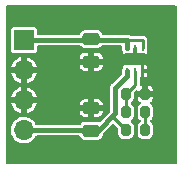
<source format=gbr>
%TF.GenerationSoftware,KiCad,Pcbnew,7.0.5*%
%TF.CreationDate,2023-06-08T09:16:15-06:00*%
%TF.ProjectId,VoltageRegulator,566f6c74-6167-4655-9265-67756c61746f,rev?*%
%TF.SameCoordinates,Original*%
%TF.FileFunction,Copper,L1,Top*%
%TF.FilePolarity,Positive*%
%FSLAX46Y46*%
G04 Gerber Fmt 4.6, Leading zero omitted, Abs format (unit mm)*
G04 Created by KiCad (PCBNEW 7.0.5) date 2023-06-08 09:16:15*
%MOMM*%
%LPD*%
G01*
G04 APERTURE LIST*
G04 Aperture macros list*
%AMRoundRect*
0 Rectangle with rounded corners*
0 $1 Rounding radius*
0 $2 $3 $4 $5 $6 $7 $8 $9 X,Y pos of 4 corners*
0 Add a 4 corners polygon primitive as box body*
4,1,4,$2,$3,$4,$5,$6,$7,$8,$9,$2,$3,0*
0 Add four circle primitives for the rounded corners*
1,1,$1+$1,$2,$3*
1,1,$1+$1,$4,$5*
1,1,$1+$1,$6,$7*
1,1,$1+$1,$8,$9*
0 Add four rect primitives between the rounded corners*
20,1,$1+$1,$2,$3,$4,$5,0*
20,1,$1+$1,$4,$5,$6,$7,0*
20,1,$1+$1,$6,$7,$8,$9,0*
20,1,$1+$1,$8,$9,$2,$3,0*%
G04 Aperture macros list end*
%TA.AperFunction,SMDPad,CuDef*%
%ADD10RoundRect,0.250000X-0.475000X0.250000X-0.475000X-0.250000X0.475000X-0.250000X0.475000X0.250000X0*%
%TD*%
%TA.AperFunction,SMDPad,CuDef*%
%ADD11RoundRect,0.200000X0.200000X0.275000X-0.200000X0.275000X-0.200000X-0.275000X0.200000X-0.275000X0*%
%TD*%
%TA.AperFunction,SMDPad,CuDef*%
%ADD12RoundRect,0.250000X0.475000X-0.250000X0.475000X0.250000X-0.475000X0.250000X-0.475000X-0.250000X0*%
%TD*%
%TA.AperFunction,SMDPad,CuDef*%
%ADD13RoundRect,0.200000X-0.200000X-0.275000X0.200000X-0.275000X0.200000X0.275000X-0.200000X0.275000X0*%
%TD*%
%TA.AperFunction,SMDPad,CuDef*%
%ADD14R,0.292473X0.556067*%
%TD*%
%TA.AperFunction,SMDPad,CuDef*%
%ADD15R,1.699999X1.100000*%
%TD*%
%TA.AperFunction,ComponentPad*%
%ADD16R,1.700000X1.700000*%
%TD*%
%TA.AperFunction,ComponentPad*%
%ADD17O,1.700000X1.700000*%
%TD*%
%TA.AperFunction,Conductor*%
%ADD18C,0.381000*%
%TD*%
%TA.AperFunction,Conductor*%
%ADD19C,0.254000*%
%TD*%
%TA.AperFunction,Conductor*%
%ADD20C,0.250000*%
%TD*%
G04 APERTURE END LIST*
D10*
%TO.P,C1,1*%
%TO.N,+BATT*%
X137795000Y-94554000D03*
%TO.P,C1,2*%
%TO.N,GND*%
X137795000Y-96454000D03*
%TD*%
D11*
%TO.P,R2,1*%
%TO.N,Net-(R1-Pad2)*%
X142367000Y-100711000D03*
%TO.P,R2,2*%
%TO.N,Net-(U1-FB)*%
X140717000Y-100711000D03*
%TD*%
D12*
%TO.P,C2,1*%
%TO.N,VCC*%
X137795000Y-102296000D03*
%TO.P,C2,2*%
%TO.N,GND*%
X137795000Y-100396000D03*
%TD*%
D13*
%TO.P,R3,1*%
%TO.N,Net-(U1-FB)*%
X140717000Y-99187000D03*
%TO.P,R3,2*%
%TO.N,GND*%
X142367000Y-99187000D03*
%TD*%
D14*
%TO.P,U1,1,OUT*%
%TO.N,VCC*%
X140844000Y-97244032D03*
%TO.P,U1,2,FB*%
%TO.N,Net-(U1-FB)*%
X141494001Y-97244032D03*
%TO.P,U1,3,PG*%
%TO.N,GND*%
X142144002Y-97244032D03*
%TO.P,U1,4,EN*%
%TO.N,+BATT*%
X142144002Y-95287968D03*
%TO.P,U1,5,GND*%
%TO.N,GND*%
X141494001Y-95287968D03*
%TO.P,U1,6,IN*%
%TO.N,+BATT*%
X140844000Y-95287968D03*
D15*
%TO.P,U1,7,Thermal_Pad*%
%TO.N,GND*%
X141494001Y-96266000D03*
%TD*%
D16*
%TO.P,J1,1,Pin_1*%
%TO.N,+BATT*%
X132080000Y-94625000D03*
D17*
%TO.P,J1,2,Pin_2*%
%TO.N,GND*%
X132080000Y-97165000D03*
%TO.P,J1,3,Pin_3*%
X132080000Y-99705000D03*
%TO.P,J1,4,Pin_4*%
%TO.N,VCC*%
X132080000Y-102245000D03*
%TD*%
D13*
%TO.P,R1,1*%
%TO.N,VCC*%
X140717000Y-102235000D03*
%TO.P,R1,2*%
%TO.N,Net-(R1-Pad2)*%
X142367000Y-102235000D03*
%TD*%
D18*
%TO.N,+BATT*%
X132080000Y-94625000D02*
X140844000Y-94625000D01*
D19*
X140844000Y-95287968D02*
X140844000Y-94628935D01*
X142144002Y-94628935D02*
X142144002Y-95287968D01*
X140853500Y-94619435D02*
X142134502Y-94619435D01*
X140844000Y-94628935D02*
X140853500Y-94619435D01*
D18*
X140844000Y-94625000D02*
X140844000Y-95287968D01*
D19*
X142134502Y-94619435D02*
X142144002Y-94628935D01*
D20*
%TO.N,GND*%
X141494001Y-95287968D02*
X141494001Y-96266000D01*
%TO.N,VCC*%
X140716000Y-102235000D02*
X139573500Y-101092500D01*
D18*
X139827000Y-100839000D02*
X139827000Y-98679000D01*
X137795000Y-102296000D02*
X138370000Y-102296000D01*
X137744000Y-102245000D02*
X132080000Y-102245000D01*
D20*
X140717000Y-102235000D02*
X140716000Y-102235000D01*
D18*
X137795000Y-102296000D02*
X137744000Y-102245000D01*
X139827000Y-98679000D02*
X140844000Y-97662000D01*
X138370000Y-102296000D02*
X139827000Y-100839000D01*
X140844000Y-97662000D02*
X140844000Y-97244032D01*
D20*
%TO.N,Net-(R1-Pad2)*%
X142367000Y-102235000D02*
X142367000Y-100711000D01*
%TO.N,Net-(U1-FB)*%
X140717000Y-100711000D02*
X140717000Y-99187000D01*
X140717000Y-99187000D02*
X141494001Y-98409999D01*
X141494001Y-98409999D02*
X141494001Y-97244032D01*
%TD*%
%TA.AperFunction,Conductor*%
%TO.N,GND*%
G36*
X144977039Y-91713685D02*
G01*
X145022794Y-91766489D01*
X145034000Y-91818000D01*
X145034000Y-105032000D01*
X145014315Y-105099039D01*
X144961511Y-105144794D01*
X144910000Y-105156000D01*
X130680000Y-105156000D01*
X130612961Y-105136315D01*
X130567206Y-105083511D01*
X130556000Y-105032000D01*
X130556000Y-102245000D01*
X130970768Y-102245000D01*
X130989654Y-102448816D01*
X130989654Y-102448818D01*
X130989655Y-102448821D01*
X131031039Y-102594270D01*
X131045673Y-102645704D01*
X131136912Y-102828935D01*
X131260269Y-102992287D01*
X131411537Y-103130185D01*
X131411539Y-103130187D01*
X131585569Y-103237942D01*
X131585575Y-103237945D01*
X131626010Y-103253609D01*
X131776444Y-103311888D01*
X131977653Y-103349500D01*
X131977656Y-103349500D01*
X132182344Y-103349500D01*
X132182347Y-103349500D01*
X132383556Y-103311888D01*
X132574427Y-103237944D01*
X132748462Y-103130186D01*
X132877008Y-103013000D01*
X132899730Y-102992287D01*
X132920715Y-102964499D01*
X133023088Y-102828935D01*
X133052103Y-102770666D01*
X133058047Y-102758729D01*
X133105549Y-102707492D01*
X133169047Y-102690000D01*
X136749166Y-102690000D01*
X136816205Y-102709685D01*
X136861960Y-102762489D01*
X136865339Y-102770645D01*
X136872658Y-102790267D01*
X136901597Y-102828925D01*
X136959595Y-102906404D01*
X137017443Y-102949707D01*
X137075733Y-102993342D01*
X137211658Y-103044040D01*
X137271745Y-103050500D01*
X138318254Y-103050499D01*
X138378342Y-103044040D01*
X138514267Y-102993342D01*
X138630404Y-102906404D01*
X138717342Y-102790267D01*
X138768040Y-102654342D01*
X138774371Y-102595458D01*
X138774499Y-102594270D01*
X138774499Y-102594264D01*
X138774500Y-102594255D01*
X138774499Y-102572188D01*
X138794181Y-102505151D01*
X138810813Y-102484510D01*
X139532136Y-101763187D01*
X139593457Y-101729704D01*
X139663149Y-101734688D01*
X139707493Y-101763187D01*
X139985485Y-102041179D01*
X140026181Y-102081875D01*
X140059666Y-102143198D01*
X140062500Y-102169556D01*
X140062500Y-102564742D01*
X140062501Y-102564748D01*
X140065379Y-102595451D01*
X140065379Y-102595453D01*
X140065380Y-102595455D01*
X140110630Y-102724771D01*
X140191989Y-102835010D01*
X140247108Y-102875689D01*
X140302227Y-102916369D01*
X140341600Y-102930146D01*
X140431541Y-102961619D01*
X140431545Y-102961619D01*
X140431549Y-102961621D01*
X140462251Y-102964500D01*
X140971748Y-102964499D01*
X141002451Y-102961621D01*
X141131773Y-102916369D01*
X141242010Y-102835010D01*
X141323369Y-102724773D01*
X141368621Y-102595451D01*
X141371500Y-102564749D01*
X141371500Y-102564742D01*
X141712500Y-102564742D01*
X141712501Y-102564748D01*
X141715379Y-102595451D01*
X141715379Y-102595453D01*
X141715380Y-102595455D01*
X141760630Y-102724771D01*
X141841989Y-102835010D01*
X141897108Y-102875689D01*
X141952227Y-102916369D01*
X141991600Y-102930146D01*
X142081541Y-102961619D01*
X142081545Y-102961619D01*
X142081549Y-102961621D01*
X142112251Y-102964500D01*
X142621748Y-102964499D01*
X142652451Y-102961621D01*
X142781773Y-102916369D01*
X142892010Y-102835010D01*
X142973369Y-102724773D01*
X143018621Y-102595451D01*
X143021500Y-102564749D01*
X143021499Y-101905252D01*
X143018621Y-101874549D01*
X142973369Y-101745227D01*
X142911261Y-101661074D01*
X142892010Y-101634989D01*
X142807705Y-101572770D01*
X142765455Y-101517123D01*
X142759996Y-101447467D01*
X142793063Y-101385917D01*
X142807705Y-101373230D01*
X142807707Y-101373229D01*
X142892010Y-101311010D01*
X142973369Y-101200773D01*
X143018621Y-101071451D01*
X143021500Y-101040749D01*
X143021499Y-100381252D01*
X143018621Y-100350549D01*
X142973369Y-100221227D01*
X142892010Y-100110990D01*
X142892011Y-100110990D01*
X142892009Y-100110988D01*
X142807284Y-100048459D01*
X142765033Y-99992812D01*
X142759574Y-99923156D01*
X142792641Y-99861606D01*
X142807284Y-99848918D01*
X142891654Y-99786650D01*
X142972921Y-99676537D01*
X142972921Y-99676536D01*
X143018122Y-99547364D01*
X143018124Y-99547352D01*
X143020999Y-99516690D01*
X143021000Y-99437000D01*
X141713000Y-99437000D01*
X141712999Y-99516690D01*
X141715875Y-99547352D01*
X141715877Y-99547364D01*
X141761078Y-99676536D01*
X141761078Y-99676537D01*
X141842346Y-99786652D01*
X141842347Y-99786653D01*
X141926715Y-99848919D01*
X141968966Y-99904566D01*
X141974425Y-99974222D01*
X141941358Y-100035772D01*
X141926716Y-100048459D01*
X141841989Y-100110989D01*
X141760630Y-100221228D01*
X141715380Y-100350541D01*
X141715378Y-100350553D01*
X141712500Y-100381246D01*
X141712500Y-101040742D01*
X141712501Y-101040748D01*
X141715379Y-101071451D01*
X141715379Y-101071453D01*
X141715380Y-101071455D01*
X141760630Y-101200771D01*
X141841990Y-101311011D01*
X141926293Y-101373229D01*
X141968544Y-101428876D01*
X141974003Y-101498532D01*
X141940936Y-101560082D01*
X141926295Y-101572768D01*
X141841990Y-101634988D01*
X141760630Y-101745228D01*
X141715380Y-101874541D01*
X141715378Y-101874553D01*
X141712500Y-101905246D01*
X141712500Y-102564742D01*
X141371500Y-102564742D01*
X141371499Y-101905252D01*
X141368621Y-101874549D01*
X141323369Y-101745227D01*
X141261261Y-101661074D01*
X141242010Y-101634989D01*
X141157705Y-101572769D01*
X141115454Y-101517121D01*
X141109997Y-101447465D01*
X141143064Y-101385916D01*
X141157694Y-101373237D01*
X141242010Y-101311010D01*
X141323369Y-101200773D01*
X141368621Y-101071451D01*
X141371500Y-101040749D01*
X141371499Y-100381252D01*
X141368621Y-100350549D01*
X141323369Y-100221227D01*
X141256005Y-100129952D01*
X141242010Y-100110989D01*
X141157705Y-100048770D01*
X141115455Y-99993123D01*
X141109996Y-99923467D01*
X141143063Y-99861917D01*
X141157705Y-99849230D01*
X141158127Y-99848919D01*
X141242010Y-99787010D01*
X141323369Y-99676773D01*
X141368621Y-99547451D01*
X141371500Y-99516749D01*
X141371499Y-99120554D01*
X141391183Y-99053516D01*
X141407813Y-99032879D01*
X141520667Y-98920025D01*
X141581988Y-98886542D01*
X141651680Y-98891526D01*
X141696027Y-98920027D01*
X141713000Y-98937000D01*
X142117000Y-98937000D01*
X142117000Y-98458000D01*
X142617000Y-98458000D01*
X142617000Y-98937000D01*
X143021000Y-98937000D01*
X143021000Y-98936999D01*
X143020999Y-98857309D01*
X143018124Y-98826647D01*
X143018122Y-98826635D01*
X142972921Y-98697463D01*
X142972921Y-98697462D01*
X142891653Y-98587347D01*
X142891652Y-98587346D01*
X142781536Y-98506078D01*
X142652364Y-98460877D01*
X142652352Y-98460875D01*
X142621690Y-98458000D01*
X142617000Y-98458000D01*
X142117000Y-98458000D01*
X142112310Y-98458000D01*
X142081647Y-98460875D01*
X142081635Y-98460877D01*
X142038456Y-98475987D01*
X141968677Y-98479549D01*
X141908050Y-98444821D01*
X141875822Y-98382827D01*
X141873501Y-98358946D01*
X141873501Y-97900064D01*
X141893186Y-97833025D01*
X141945990Y-97787270D01*
X141997499Y-97776064D01*
X141997766Y-97776063D01*
X141997766Y-97390268D01*
X142290238Y-97390268D01*
X142290238Y-97776065D01*
X142315254Y-97776065D01*
X142389345Y-97761328D01*
X142389348Y-97761327D01*
X142473362Y-97705189D01*
X142529502Y-97621170D01*
X142529503Y-97621169D01*
X142544238Y-97547087D01*
X142544239Y-97547084D01*
X142544239Y-97390268D01*
X142290238Y-97390268D01*
X141997766Y-97390268D01*
X141997766Y-96711998D01*
X142290238Y-96711998D01*
X142290238Y-97097796D01*
X142544238Y-97097796D01*
X142544238Y-96940983D01*
X142529501Y-96866891D01*
X142529500Y-96866888D01*
X142473362Y-96782874D01*
X142389343Y-96726734D01*
X142389342Y-96726733D01*
X142315260Y-96711998D01*
X142290238Y-96711998D01*
X141997766Y-96711998D01*
X141997766Y-96711997D01*
X141972751Y-96711998D01*
X141972750Y-96711998D01*
X141898658Y-96726735D01*
X141888340Y-96733630D01*
X141821662Y-96754506D01*
X141754282Y-96736020D01*
X141750581Y-96733642D01*
X141739539Y-96726264D01*
X141739537Y-96726263D01*
X141739535Y-96726262D01*
X141739537Y-96726262D01*
X141665307Y-96711498D01*
X141322700Y-96711498D01*
X141248461Y-96726264D01*
X141237887Y-96733330D01*
X141171209Y-96754205D01*
X141103830Y-96735718D01*
X141100112Y-96733329D01*
X141089538Y-96726264D01*
X141089535Y-96726262D01*
X141015306Y-96711498D01*
X140672699Y-96711498D01*
X140598461Y-96726264D01*
X140514278Y-96782513D01*
X140458029Y-96866697D01*
X140458027Y-96866701D01*
X140443263Y-96940926D01*
X140443263Y-97014775D01*
X140437754Y-97051322D01*
X140423419Y-97097796D01*
X140399000Y-97176959D01*
X140399000Y-97426311D01*
X140379315Y-97493350D01*
X140362681Y-97513992D01*
X139532472Y-98344201D01*
X139527286Y-98348836D01*
X139497108Y-98372904D01*
X139464671Y-98420477D01*
X139463331Y-98422366D01*
X139429124Y-98468717D01*
X139425213Y-98476115D01*
X139421541Y-98483742D01*
X139404566Y-98538765D01*
X139403843Y-98540964D01*
X139384819Y-98595333D01*
X139383254Y-98603602D01*
X139382000Y-98611926D01*
X139382000Y-98669534D01*
X139381957Y-98671818D01*
X139381163Y-98693067D01*
X139379803Y-98729388D01*
X139380844Y-98738622D01*
X139379998Y-98738717D01*
X139382000Y-98753908D01*
X139382000Y-100603312D01*
X139362315Y-100670351D01*
X139345681Y-100690993D01*
X138515080Y-101521593D01*
X138453757Y-101555078D01*
X138384071Y-101550096D01*
X138378347Y-101547961D01*
X138378338Y-101547959D01*
X138318262Y-101541500D01*
X137271748Y-101541500D01*
X137271742Y-101541501D01*
X137211655Y-101547960D01*
X137075738Y-101598655D01*
X137075730Y-101598660D01*
X136959600Y-101685592D01*
X136959594Y-101685597D01*
X136911152Y-101750310D01*
X136855219Y-101792182D01*
X136811885Y-101800000D01*
X133169047Y-101800000D01*
X133102008Y-101780315D01*
X133058047Y-101731271D01*
X133023093Y-101661074D01*
X133023086Y-101661062D01*
X132899730Y-101497712D01*
X132748462Y-101359814D01*
X132748460Y-101359812D01*
X132574430Y-101252057D01*
X132574424Y-101252054D01*
X132423993Y-101193777D01*
X132383556Y-101178112D01*
X132182347Y-101140500D01*
X131977653Y-101140500D01*
X131776444Y-101178112D01*
X131776441Y-101178112D01*
X131776441Y-101178113D01*
X131585575Y-101252054D01*
X131585569Y-101252057D01*
X131411539Y-101359812D01*
X131411537Y-101359814D01*
X131260269Y-101497712D01*
X131136912Y-101661064D01*
X131045673Y-101844295D01*
X130989654Y-102041183D01*
X130970768Y-102244999D01*
X130970768Y-102245000D01*
X130556000Y-102245000D01*
X130556000Y-99454999D01*
X131003312Y-99454999D01*
X131003313Y-99455000D01*
X131646314Y-99455000D01*
X131620507Y-99495156D01*
X131580000Y-99633111D01*
X131580000Y-99776889D01*
X131620507Y-99914844D01*
X131646314Y-99955000D01*
X131003313Y-99955000D01*
X131046140Y-100105522D01*
X131137339Y-100288671D01*
X131260640Y-100451949D01*
X131411836Y-100589782D01*
X131411842Y-100589786D01*
X131585793Y-100697492D01*
X131585808Y-100697499D01*
X131776574Y-100771403D01*
X131829999Y-100781389D01*
X131829999Y-100140501D01*
X131937685Y-100189680D01*
X132044237Y-100205000D01*
X132115763Y-100205000D01*
X132222315Y-100189680D01*
X132330000Y-100140501D01*
X132330000Y-100781389D01*
X132383426Y-100771402D01*
X132574191Y-100697499D01*
X132574206Y-100697492D01*
X132657368Y-100646000D01*
X136816001Y-100646000D01*
X136816001Y-100694216D01*
X136822452Y-100754235D01*
X136822453Y-100754238D01*
X136873099Y-100890021D01*
X136873103Y-100890027D01*
X136959952Y-101006047D01*
X137075972Y-101092896D01*
X137075974Y-101092897D01*
X137211768Y-101143547D01*
X137271780Y-101149999D01*
X137544999Y-101149999D01*
X137545000Y-101149998D01*
X137545000Y-100646000D01*
X138045000Y-100646000D01*
X138045000Y-101149999D01*
X138318207Y-101149999D01*
X138318216Y-101149998D01*
X138378235Y-101143547D01*
X138378238Y-101143546D01*
X138514021Y-101092900D01*
X138514027Y-101092896D01*
X138630047Y-101006047D01*
X138716896Y-100890027D01*
X138716897Y-100890025D01*
X138767547Y-100754231D01*
X138773999Y-100694227D01*
X138774000Y-100694210D01*
X138774000Y-100646000D01*
X138045000Y-100646000D01*
X137545000Y-100646000D01*
X136816001Y-100646000D01*
X132657368Y-100646000D01*
X132748157Y-100589786D01*
X132748163Y-100589782D01*
X132899359Y-100451949D01*
X133022660Y-100288671D01*
X133093703Y-100146000D01*
X136816000Y-100146000D01*
X137545000Y-100146000D01*
X137545000Y-99642000D01*
X138045000Y-99642000D01*
X138045000Y-100146000D01*
X138773999Y-100146000D01*
X138773999Y-100097792D01*
X138773998Y-100097783D01*
X138767547Y-100037764D01*
X138767546Y-100037761D01*
X138716900Y-99901978D01*
X138716896Y-99901972D01*
X138630047Y-99785952D01*
X138514027Y-99699103D01*
X138514025Y-99699102D01*
X138378231Y-99648452D01*
X138318227Y-99642000D01*
X138045000Y-99642000D01*
X137545000Y-99642000D01*
X137271793Y-99642000D01*
X137271783Y-99642001D01*
X137211764Y-99648452D01*
X137211761Y-99648453D01*
X137075978Y-99699099D01*
X137075972Y-99699103D01*
X136959952Y-99785952D01*
X136873103Y-99901972D01*
X136873102Y-99901974D01*
X136822452Y-100037768D01*
X136816000Y-100097772D01*
X136816000Y-100146000D01*
X133093703Y-100146000D01*
X133113859Y-100105522D01*
X133156687Y-99955000D01*
X132513686Y-99955000D01*
X132539493Y-99914844D01*
X132580000Y-99776889D01*
X132580000Y-99633111D01*
X132539493Y-99495156D01*
X132513686Y-99455000D01*
X133156687Y-99455000D01*
X133156687Y-99454999D01*
X133113859Y-99304477D01*
X133022660Y-99121328D01*
X132899359Y-98958050D01*
X132748163Y-98820217D01*
X132748157Y-98820213D01*
X132574206Y-98712507D01*
X132574200Y-98712504D01*
X132383417Y-98638595D01*
X132383407Y-98638592D01*
X132330001Y-98628608D01*
X132330000Y-98628609D01*
X132330000Y-99269498D01*
X132222315Y-99220320D01*
X132115763Y-99205000D01*
X132044237Y-99205000D01*
X131937685Y-99220320D01*
X131829999Y-99269498D01*
X131829999Y-98628608D01*
X131776592Y-98638592D01*
X131776582Y-98638595D01*
X131585799Y-98712504D01*
X131585793Y-98712507D01*
X131411842Y-98820213D01*
X131411836Y-98820217D01*
X131260640Y-98958050D01*
X131137339Y-99121328D01*
X131046140Y-99304477D01*
X131003312Y-99454999D01*
X130556000Y-99454999D01*
X130556000Y-96914999D01*
X131003312Y-96914999D01*
X131003313Y-96915000D01*
X131646314Y-96915000D01*
X131620507Y-96955156D01*
X131580000Y-97093111D01*
X131580000Y-97236889D01*
X131620507Y-97374844D01*
X131646314Y-97415000D01*
X131003313Y-97415000D01*
X131046140Y-97565522D01*
X131137339Y-97748671D01*
X131260640Y-97911949D01*
X131411836Y-98049782D01*
X131411842Y-98049786D01*
X131585793Y-98157492D01*
X131585808Y-98157499D01*
X131776574Y-98231403D01*
X131829999Y-98241389D01*
X131829999Y-97600501D01*
X131937685Y-97649680D01*
X132044237Y-97665000D01*
X132115763Y-97665000D01*
X132222315Y-97649680D01*
X132330000Y-97600501D01*
X132330000Y-98241389D01*
X132383426Y-98231402D01*
X132574191Y-98157499D01*
X132574206Y-98157492D01*
X132748157Y-98049786D01*
X132748163Y-98049782D01*
X132899359Y-97911949D01*
X133022660Y-97748671D01*
X133113859Y-97565522D01*
X133156687Y-97415000D01*
X132513686Y-97415000D01*
X132539493Y-97374844D01*
X132580000Y-97236889D01*
X132580000Y-97093111D01*
X132539493Y-96955156D01*
X132513686Y-96915000D01*
X133156687Y-96915000D01*
X133156687Y-96914999D01*
X133113859Y-96764477D01*
X133083744Y-96704000D01*
X136816001Y-96704000D01*
X136816001Y-96752216D01*
X136822452Y-96812235D01*
X136822453Y-96812238D01*
X136873099Y-96948021D01*
X136873103Y-96948027D01*
X136959952Y-97064047D01*
X137075972Y-97150896D01*
X137075974Y-97150897D01*
X137211768Y-97201547D01*
X137271780Y-97207999D01*
X137544999Y-97207999D01*
X137545000Y-97207998D01*
X137545000Y-96704000D01*
X138045000Y-96704000D01*
X138045000Y-97207999D01*
X138318207Y-97207999D01*
X138318216Y-97207998D01*
X138378235Y-97201547D01*
X138378238Y-97201546D01*
X138514021Y-97150900D01*
X138514027Y-97150896D01*
X138630047Y-97064047D01*
X138716896Y-96948027D01*
X138716897Y-96948025D01*
X138767547Y-96812231D01*
X138773999Y-96752227D01*
X138774000Y-96752210D01*
X138774000Y-96704000D01*
X138045000Y-96704000D01*
X137545000Y-96704000D01*
X136816001Y-96704000D01*
X133083744Y-96704000D01*
X133022660Y-96581328D01*
X132899359Y-96418050D01*
X132748163Y-96280217D01*
X132748157Y-96280213D01*
X132625069Y-96204000D01*
X136816000Y-96204000D01*
X137545000Y-96204000D01*
X137545000Y-95700000D01*
X138045000Y-95700000D01*
X138045000Y-96204000D01*
X138773999Y-96204000D01*
X138773999Y-96155792D01*
X138773998Y-96155783D01*
X138767547Y-96095764D01*
X138767546Y-96095761D01*
X138716900Y-95959978D01*
X138716896Y-95959972D01*
X138630047Y-95843952D01*
X138514027Y-95757103D01*
X138514025Y-95757102D01*
X138378231Y-95706452D01*
X138318227Y-95700000D01*
X138045000Y-95700000D01*
X137545000Y-95700000D01*
X137271793Y-95700000D01*
X137271783Y-95700001D01*
X137211764Y-95706452D01*
X137211761Y-95706453D01*
X137075978Y-95757099D01*
X137075972Y-95757103D01*
X136959952Y-95843952D01*
X136873103Y-95959972D01*
X136873102Y-95959974D01*
X136822452Y-96095768D01*
X136816000Y-96155772D01*
X136816000Y-96204000D01*
X132625069Y-96204000D01*
X132574206Y-96172507D01*
X132574200Y-96172504D01*
X132383417Y-96098595D01*
X132383407Y-96098592D01*
X132330001Y-96088608D01*
X132330000Y-96088609D01*
X132330000Y-96729498D01*
X132222315Y-96680320D01*
X132115763Y-96665000D01*
X132044237Y-96665000D01*
X131937685Y-96680320D01*
X131829999Y-96729498D01*
X131829999Y-96088608D01*
X131776592Y-96098592D01*
X131776582Y-96098595D01*
X131585799Y-96172504D01*
X131585793Y-96172507D01*
X131411842Y-96280213D01*
X131411836Y-96280217D01*
X131260640Y-96418050D01*
X131137339Y-96581328D01*
X131046140Y-96764477D01*
X131003312Y-96914999D01*
X130556000Y-96914999D01*
X130556000Y-95500063D01*
X130975500Y-95500063D01*
X130990266Y-95574301D01*
X131046515Y-95658484D01*
X131056721Y-95665303D01*
X131130699Y-95714734D01*
X131130702Y-95714734D01*
X131130703Y-95714735D01*
X131155666Y-95719700D01*
X131204933Y-95729500D01*
X132955066Y-95729499D01*
X133029301Y-95714734D01*
X133113484Y-95658484D01*
X133169734Y-95574301D01*
X133184500Y-95500067D01*
X133184500Y-95194000D01*
X133204185Y-95126961D01*
X133256989Y-95081206D01*
X133308500Y-95070000D01*
X136826856Y-95070000D01*
X136893895Y-95089685D01*
X136926123Y-95119689D01*
X136959596Y-95164404D01*
X137075733Y-95251342D01*
X137211658Y-95302040D01*
X137271745Y-95308500D01*
X138318254Y-95308499D01*
X138378342Y-95302040D01*
X138514267Y-95251342D01*
X138630404Y-95164404D01*
X138663876Y-95119689D01*
X138719810Y-95077818D01*
X138763144Y-95070000D01*
X140275000Y-95070000D01*
X140342039Y-95089685D01*
X140387794Y-95142489D01*
X140399000Y-95194000D01*
X140399000Y-95321321D01*
X140413966Y-95420613D01*
X140413967Y-95420615D01*
X140430984Y-95455952D01*
X140443263Y-95509751D01*
X140443263Y-95591065D01*
X140458029Y-95665303D01*
X140514278Y-95749486D01*
X140547997Y-95772016D01*
X140598462Y-95805736D01*
X140598465Y-95805736D01*
X140598466Y-95805737D01*
X140623429Y-95810702D01*
X140672696Y-95820502D01*
X141015303Y-95820501D01*
X141089538Y-95805736D01*
X141100556Y-95798373D01*
X141167231Y-95777493D01*
X141234612Y-95795975D01*
X141238341Y-95798371D01*
X141248659Y-95805265D01*
X141248660Y-95805266D01*
X141322744Y-95820000D01*
X141347765Y-95820000D01*
X141347765Y-95265732D01*
X141367450Y-95198693D01*
X141420254Y-95152938D01*
X141471765Y-95141732D01*
X141516237Y-95141732D01*
X141583276Y-95161417D01*
X141629031Y-95214221D01*
X141640237Y-95265732D01*
X141640237Y-95820001D01*
X141665253Y-95820001D01*
X141739342Y-95805264D01*
X141749658Y-95798372D01*
X141816335Y-95777493D01*
X141883715Y-95795976D01*
X141887421Y-95798357D01*
X141898464Y-95805736D01*
X141898466Y-95805737D01*
X141898465Y-95805737D01*
X141947839Y-95815557D01*
X141972698Y-95820502D01*
X142315305Y-95820501D01*
X142389540Y-95805736D01*
X142473723Y-95749486D01*
X142529973Y-95665303D01*
X142544739Y-95591069D01*
X142544738Y-94984868D01*
X142529973Y-94910633D01*
X142527884Y-94900127D01*
X142525502Y-94875939D01*
X142525502Y-94681362D01*
X142528141Y-94655917D01*
X142528812Y-94652714D01*
X142530447Y-94644918D01*
X142528355Y-94628135D01*
X142525979Y-94609068D01*
X142525502Y-94601392D01*
X142525502Y-94597328D01*
X142525500Y-94597312D01*
X142521809Y-94575192D01*
X142521439Y-94572654D01*
X142520991Y-94569063D01*
X142514698Y-94518575D01*
X142514696Y-94518572D01*
X142512421Y-94510929D01*
X142509819Y-94503347D01*
X142490514Y-94467676D01*
X142488746Y-94464056D01*
X142486688Y-94460604D01*
X142485659Y-94458704D01*
X142483877Y-94455412D01*
X142482712Y-94453147D01*
X142458777Y-94404187D01*
X142454138Y-94397690D01*
X142449221Y-94391371D01*
X142440483Y-94383328D01*
X142420657Y-94359921D01*
X142419062Y-94357479D01*
X142390545Y-94335283D01*
X142384799Y-94330209D01*
X142381911Y-94327321D01*
X142374942Y-94322345D01*
X142368970Y-94317496D01*
X142355548Y-94305139D01*
X142346947Y-94299520D01*
X142347128Y-94299242D01*
X142334800Y-94291896D01*
X142318585Y-94279275D01*
X142311572Y-94275480D01*
X142304370Y-94271959D01*
X142252136Y-94256408D01*
X142249695Y-94255626D01*
X142198162Y-94237934D01*
X142190281Y-94236619D01*
X142182341Y-94235629D01*
X142129293Y-94237824D01*
X142127898Y-94237882D01*
X142125337Y-94237935D01*
X141104488Y-94237935D01*
X141048616Y-94221529D01*
X141047632Y-94223573D01*
X141039259Y-94219541D01*
X141036426Y-94218667D01*
X141010979Y-94207564D01*
X141008415Y-94206083D01*
X140961514Y-94195378D01*
X140957035Y-94194177D01*
X140911073Y-94180000D01*
X140908111Y-94180000D01*
X140880517Y-94176891D01*
X140877627Y-94176231D01*
X140847348Y-94178501D01*
X140829649Y-94179827D01*
X140825033Y-94180000D01*
X138848294Y-94180000D01*
X138781255Y-94160315D01*
X138735500Y-94107511D01*
X138732113Y-94099335D01*
X138717342Y-94059733D01*
X138673707Y-94001443D01*
X138630404Y-93943595D01*
X138553126Y-93885747D01*
X138514267Y-93856658D01*
X138378342Y-93805960D01*
X138378338Y-93805959D01*
X138318262Y-93799500D01*
X137271748Y-93799500D01*
X137271742Y-93799501D01*
X137211655Y-93805960D01*
X137075738Y-93856655D01*
X137075730Y-93856660D01*
X136959595Y-93943595D01*
X136875452Y-94056000D01*
X136872658Y-94059733D01*
X136872656Y-94059736D01*
X136872657Y-94059736D01*
X136857887Y-94099335D01*
X136816016Y-94155268D01*
X136750551Y-94179684D01*
X136741706Y-94180000D01*
X133308499Y-94180000D01*
X133241460Y-94160315D01*
X133195705Y-94107511D01*
X133184499Y-94056000D01*
X133184499Y-93749936D01*
X133184499Y-93749934D01*
X133169734Y-93675699D01*
X133151068Y-93647764D01*
X133113484Y-93591515D01*
X133063019Y-93557796D01*
X133029301Y-93535266D01*
X133029299Y-93535265D01*
X133029296Y-93535264D01*
X132955069Y-93520500D01*
X131204936Y-93520500D01*
X131130698Y-93535266D01*
X131046515Y-93591515D01*
X130990266Y-93675699D01*
X130990264Y-93675703D01*
X130975500Y-93749928D01*
X130975500Y-95500063D01*
X130556000Y-95500063D01*
X130556000Y-91818000D01*
X130575685Y-91750961D01*
X130628489Y-91705206D01*
X130680000Y-91694000D01*
X144910000Y-91694000D01*
X144977039Y-91713685D01*
G37*
%TD.AperFunction*%
%TD*%
M02*

</source>
